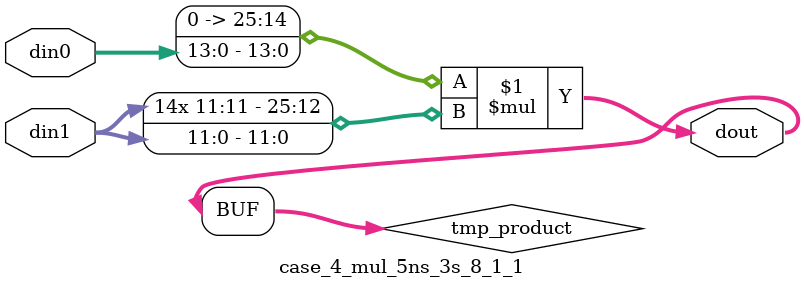
<source format=v>

`timescale 1 ns / 1 ps

 (* use_dsp = "no" *)  module case_4_mul_5ns_3s_8_1_1(din0, din1, dout);
parameter ID = 1;
parameter NUM_STAGE = 0;
parameter din0_WIDTH = 14;
parameter din1_WIDTH = 12;
parameter dout_WIDTH = 26;

input [din0_WIDTH - 1 : 0] din0; 
input [din1_WIDTH - 1 : 0] din1; 
output [dout_WIDTH - 1 : 0] dout;

wire signed [dout_WIDTH - 1 : 0] tmp_product;

























assign tmp_product = $signed({1'b0, din0}) * $signed(din1);










assign dout = tmp_product;





















endmodule

</source>
